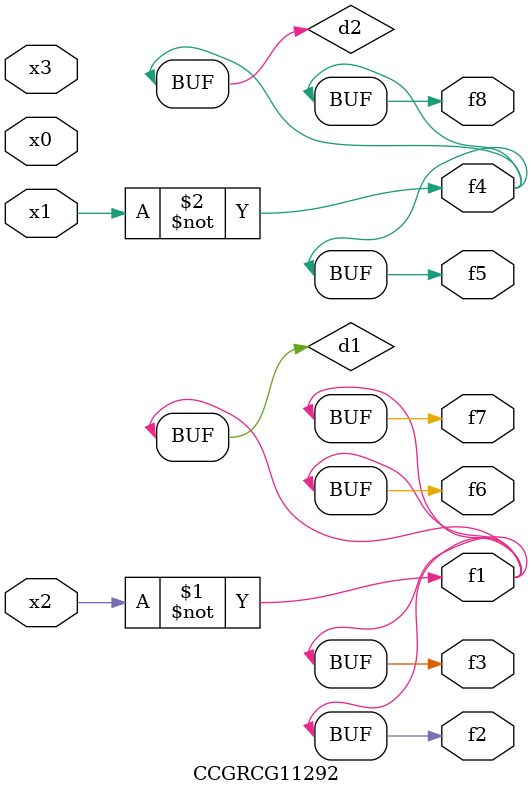
<source format=v>
module CCGRCG11292(
	input x0, x1, x2, x3,
	output f1, f2, f3, f4, f5, f6, f7, f8
);

	wire d1, d2;

	xnor (d1, x2);
	not (d2, x1);
	assign f1 = d1;
	assign f2 = d1;
	assign f3 = d1;
	assign f4 = d2;
	assign f5 = d2;
	assign f6 = d1;
	assign f7 = d1;
	assign f8 = d2;
endmodule

</source>
